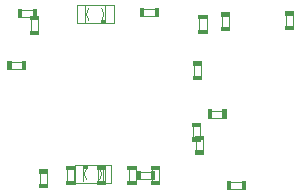
<source format=gbr>
%TF.GenerationSoftware,Altium Limited,Altium Designer,20.2.5 (213)*%
G04 Layer_Color=32896*
%FSLAX26Y26*%
%MOIN*%
%TF.SameCoordinates,0FE6C2C3-B7F4-45EC-A48D-0F423D7CACB9*%
%TF.FilePolarity,Positive*%
%TF.FileFunction,Other,Mechanical_8*%
%TF.Part,Single*%
G01*
G75*
%TA.AperFunction,NonConductor*%
%ADD63C,0.004000*%
G36*
X2147430Y2158650D02*
X2143500D01*
Y2164560D01*
X2147430D01*
Y2158650D01*
D02*
G37*
G36*
X2080500D02*
X2076570D01*
Y2164560D01*
X2080500D01*
Y2158650D01*
D02*
G37*
G36*
X2775750Y2132000D02*
X2744250D01*
Y2146500D01*
X2775750D01*
Y2132000D01*
D02*
G37*
G36*
X2562750Y2129000D02*
X2531250D01*
Y2143500D01*
X2562750D01*
Y2129000D01*
D02*
G37*
G36*
X2324500Y2127250D02*
X2310000D01*
Y2158750D01*
X2324500D01*
Y2127250D01*
D02*
G37*
G36*
X2276000D02*
X2261500D01*
Y2158750D01*
X2276000D01*
Y2127250D01*
D02*
G37*
G36*
X1869000Y2123250D02*
X1854500D01*
Y2154750D01*
X1869000D01*
Y2123250D01*
D02*
G37*
G36*
X2486750Y2120000D02*
X2455250D01*
Y2134500D01*
X2486750D01*
Y2120000D01*
D02*
G37*
G36*
X1917500Y2131500D02*
X1925750D01*
Y2117000D01*
X1894250D01*
Y2131500D01*
X1903000D01*
Y2154750D01*
X1917500D01*
Y2131500D01*
D02*
G37*
G36*
X2147430Y2109440D02*
X2129720D01*
Y2119280D01*
X2143500D01*
Y2156690D01*
X2147430D01*
Y2109440D01*
D02*
G37*
G36*
X2080500D02*
X2076570D01*
Y2156690D01*
X2080500D01*
Y2109440D01*
D02*
G37*
G36*
X2775750Y2083500D02*
X2744250D01*
Y2098000D01*
X2775750D01*
Y2083500D01*
D02*
G37*
G36*
X2562750Y2080500D02*
X2531250D01*
Y2095000D01*
X2562750D01*
Y2080500D01*
D02*
G37*
G36*
X2486750Y2071500D02*
X2455250D01*
Y2086000D01*
X2486750D01*
Y2071500D01*
D02*
G37*
G36*
X1925750Y2068500D02*
X1894250D01*
Y2083000D01*
X1925750D01*
Y2068500D01*
D02*
G37*
G36*
X2467750Y1966000D02*
X2436250D01*
Y1980500D01*
X2467750D01*
Y1966000D01*
D02*
G37*
G36*
X1881500Y1950250D02*
X1867000D01*
Y1981750D01*
X1881500D01*
Y1950250D01*
D02*
G37*
G36*
X1833000D02*
X1818500D01*
Y1981750D01*
X1833000D01*
Y1950250D01*
D02*
G37*
G36*
X2467750Y1917500D02*
X2436250D01*
Y1932000D01*
X2467750D01*
Y1917500D01*
D02*
G37*
G36*
X2549957Y1788541D02*
X2535457D01*
Y1820041D01*
X2549957D01*
Y1788541D01*
D02*
G37*
G36*
X2501457D02*
X2486957D01*
Y1820041D01*
X2501457D01*
Y1788541D01*
D02*
G37*
G36*
X2464750Y1761000D02*
X2433250D01*
Y1775500D01*
X2464750D01*
Y1761000D01*
D02*
G37*
G36*
X2474750Y1718000D02*
X2464750D01*
Y1712500D01*
X2433250D01*
Y1727000D01*
X2443250D01*
Y1732500D01*
X2474750D01*
Y1718000D01*
D02*
G37*
G36*
Y1669500D02*
X2443250D01*
Y1684000D01*
X2474750D01*
Y1669500D01*
D02*
G37*
G36*
X2327716Y1617000D02*
X2296216D01*
Y1631500D01*
X2327716D01*
Y1617000D01*
D02*
G37*
G36*
X2250944D02*
X2219444D01*
Y1631500D01*
X2250944D01*
Y1617000D01*
D02*
G37*
G36*
X2046218D02*
X2014718D01*
Y1631500D01*
X2046218D01*
Y1617000D01*
D02*
G37*
G36*
X1955750Y1606000D02*
X1924250D01*
Y1620500D01*
X1955750D01*
Y1606000D01*
D02*
G37*
G36*
X2140430Y1631500D02*
X2148580D01*
Y1617000D01*
X2140430D01*
Y1585310D01*
X2136500D01*
Y1617000D01*
X2117080D01*
Y1631500D01*
X2136500D01*
Y1632560D01*
X2140430D01*
Y1631500D01*
D02*
G37*
G36*
X2087280Y1622720D02*
X2073500D01*
Y1585310D01*
X2069570D01*
Y1632560D01*
X2087280D01*
Y1622720D01*
D02*
G37*
G36*
X2311500Y1584250D02*
X2297000D01*
Y1615750D01*
X2311500D01*
Y1584250D01*
D02*
G37*
G36*
X2263000D02*
X2248500D01*
Y1615750D01*
X2263000D01*
Y1584250D01*
D02*
G37*
G36*
X2073500Y1577440D02*
X2069570D01*
Y1583350D01*
X2073500D01*
Y1577440D01*
D02*
G37*
G36*
X2327716Y1568500D02*
X2296216D01*
Y1583000D01*
X2327716D01*
Y1568500D01*
D02*
G37*
G36*
X2250944D02*
X2219444D01*
Y1583000D01*
X2250944D01*
Y1568500D01*
D02*
G37*
G36*
X2140430Y1583000D02*
X2148580D01*
Y1568500D01*
X2117080D01*
Y1583000D01*
X2136500D01*
Y1583350D01*
X2140430D01*
Y1583000D01*
D02*
G37*
G36*
X2046218Y1568500D02*
X2014718D01*
Y1583000D01*
X2046218D01*
Y1568500D01*
D02*
G37*
G36*
X1955750Y1557500D02*
X1924250D01*
Y1572000D01*
X1955750D01*
Y1557500D01*
D02*
G37*
G36*
X2614500Y1550250D02*
X2600000D01*
Y1581750D01*
X2614500D01*
Y1550250D01*
D02*
G37*
G36*
X2566000D02*
X2551500D01*
Y1581750D01*
X2566000D01*
Y1550250D01*
D02*
G37*
D63*
X2083350Y1624690D02*
G03*
X2083350Y1585310I21659J-19690D01*
G01*
X2126650D02*
G03*
X2126650Y1624690I-21659J19690D01*
G01*
X2133650Y2117310D02*
G03*
X2133650Y2156690I-21659J19690D01*
G01*
X2090350D02*
G03*
X2090350Y2117310I21659J-19690D01*
G01*
X2324016Y1582990D02*
Y1617010D01*
X2299916Y1582990D02*
Y1617010D01*
X2247244Y1582990D02*
Y1617010D01*
X2223144Y1582990D02*
Y1617010D01*
X2144880Y1582990D02*
Y1617010D01*
X2120780Y1582990D02*
Y1617010D01*
X2042518Y1582990D02*
Y1617010D01*
X2018418Y1582990D02*
Y1617010D01*
X2458950Y2085990D02*
Y2120010D01*
X2483050Y2085990D02*
Y2120010D01*
X2534950Y2094990D02*
Y2129010D01*
X2559050Y2094990D02*
Y2129010D01*
X2471050Y1683990D02*
Y1718010D01*
X2446950Y1683990D02*
Y1718010D01*
X2565990Y1578050D02*
X2600010D01*
X2565990Y1553950D02*
X2600010D01*
X2501446Y1816342D02*
X2535466D01*
X2501446Y1792242D02*
X2535466D01*
X1832990Y1978050D02*
X1867010D01*
X1832990Y1953950D02*
X1867010D01*
X1868990Y2126950D02*
X1903010D01*
X1868990Y2151050D02*
X1903010D01*
X1927950Y1571990D02*
Y1606010D01*
X1952050Y1571990D02*
Y1606010D01*
X1897950Y2082990D02*
Y2117010D01*
X1922050Y2082990D02*
Y2117010D01*
X2461050Y1726990D02*
Y1761010D01*
X2436950Y1726990D02*
Y1761010D01*
X2747950Y2097990D02*
Y2132010D01*
X2772050Y2097990D02*
Y2132010D01*
X2464050Y1931990D02*
Y1966010D01*
X2439950Y1931990D02*
Y1966010D01*
X2275990Y2155050D02*
X2310010D01*
X2275990Y2130950D02*
X2310010D01*
X2262990Y1612050D02*
X2297010D01*
X2262990Y1587950D02*
X2297010D01*
X2043980Y1575470D02*
Y1634530D01*
Y1575470D02*
X2166020D01*
Y1634530D01*
X2043980D02*
X2166020D01*
X2173020Y2107470D02*
Y2166530D01*
X2050980D02*
X2173020D01*
X2050980Y2107470D02*
Y2166530D01*
Y2107470D02*
X2173020D01*
%TF.MD5,9bd987cbb6be84febd68c1c7319abe6e*%
M02*

</source>
